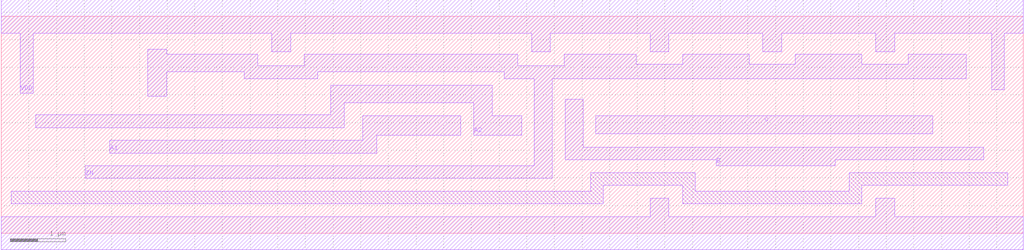
<source format=lef>
# Copyright 2022 GlobalFoundries PDK Authors
#
# Licensed under the Apache License, Version 2.0 (the "License");
# you may not use this file except in compliance with the License.
# You may obtain a copy of the License at
#
#      http://www.apache.org/licenses/LICENSE-2.0
#
# Unless required by applicable law or agreed to in writing, software
# distributed under the License is distributed on an "AS IS" BASIS,
# WITHOUT WARRANTIES OR CONDITIONS OF ANY KIND, either express or implied.
# See the License for the specific language governing permissions and
# limitations under the License.

MACRO gf180mcu_fd_sc_mcu7t5v0__oai211_4
  CLASS core ;
  FOREIGN gf180mcu_fd_sc_mcu7t5v0__oai211_4 0.0 0.0 ;
  ORIGIN 0 0 ;
  SYMMETRY X Y ;
  SITE GF018hv5v_mcu_sc7 ;
  SIZE 18.48 BY 3.92 ;
  PIN A1
    DIRECTION INPUT ;
    ANTENNAGATEAREA 4.158 ;
    PORT
      LAYER METAL1 ;
        POLYGON 1.96 1.45 6.79 1.45 6.79 1.77 8.31 1.77 8.31 2.12 6.54 2.12 6.54 1.68 1.96 1.68  ;
    END
  END A1
  PIN A2
    DIRECTION INPUT ;
    ANTENNAGATEAREA 4.158 ;
    PORT
      LAYER METAL1 ;
        POLYGON 0.62 1.91 6.205 1.91 6.205 2.36 8.54 2.36 8.54 1.77 9.41 1.77 9.41 2.12 8.88 2.12 8.88 2.68 5.955 2.68 5.955 2.14 0.62 2.14  ;
    END
  END A2
  PIN B
    DIRECTION INPUT ;
    ANTENNAGATEAREA 3.938 ;
    PORT
      LAYER METAL1 ;
        POLYGON 10.2 1.325 12.93 1.325 12.93 1.22 15.08 1.22 15.08 1.325 17.76 1.325 17.76 1.555 10.52 1.555 10.52 2.425 10.2 2.425  ;
    END
  END B
  PIN C
    DIRECTION INPUT ;
    ANTENNAGATEAREA 3.938 ;
    PORT
      LAYER METAL1 ;
        POLYGON 10.75 1.8 16.84 1.8 16.84 2.12 10.75 2.12  ;
    END
  END C
  PIN ZN
    DIRECTION OUTPUT ;
    ANTENNADIFFAREA 5.279 ;
    PORT
      LAYER METAL1 ;
        POLYGON 2.65 2.475 2.99 2.475 2.99 2.92 4.39 2.92 4.39 2.795 5.725 2.795 5.725 2.92 9.09 2.92 9.09 2.795 9.64 2.795 9.64 1.22 1.52 1.22 1.52 0.99 9.96 0.99 9.96 2.795 17.45 2.795 17.45 3.24 16.4 3.24 16.4 3.055 15.56 3.055 15.56 3.24 14.36 3.24 14.36 3.055 13.52 3.055 13.52 3.24 12.32 3.24 12.32 3.055 11.48 3.055 11.48 3.24 10.175 3.24 10.175 3.025 9.34 3.025 9.34 3.24 5.475 3.24 5.475 3.025 4.64 3.025 4.64 3.24 2.99 3.24 2.99 3.325 2.65 3.325  ;
    END
  END ZN
  PIN VDD
    DIRECTION INOUT ;
    USE power ;
    SHAPE ABUTMENT ;
    PORT
      LAYER METAL1 ;
        POLYGON 0 3.62 0.345 3.62 0.345 2.53 0.575 2.53 0.575 3.62 4.89 3.62 4.89 3.285 5.23 3.285 5.23 3.62 9.59 3.62 9.59 3.285 9.93 3.285 9.93 3.62 11.73 3.62 11.73 3.285 12.07 3.285 12.07 3.62 13.77 3.62 13.77 3.285 14.11 3.285 14.11 3.62 15.81 3.62 15.81 3.285 16.15 3.285 16.15 3.62 17.905 3.62 17.905 2.595 18.135 2.595 18.135 3.62 18.2 3.62 18.48 3.62 18.48 4.22 18.2 4.22 0 4.22  ;
    END
  END VDD
  PIN VSS
    DIRECTION INOUT ;
    USE ground ;
    SHAPE ABUTMENT ;
    PORT
      LAYER METAL1 ;
        POLYGON 0 -0.3 18.48 -0.3 18.48 0.3 16.15 0.3 16.15 0.635 15.81 0.635 15.81 0.3 12.07 0.3 12.07 0.635 11.73 0.635 11.73 0.3 0 0.3  ;
    END
  END VSS
  OBS
      LAYER METAL1 ;
        POLYGON 0.18 0.53 10.885 0.53 10.885 0.865 12.32 0.865 12.32 0.53 15.56 0.53 15.56 0.865 18.2 0.865 18.2 1.095 15.33 1.095 15.33 0.76 12.55 0.76 12.55 1.095 10.655 1.095 10.655 0.76 0.18 0.76  ;
  END
END gf180mcu_fd_sc_mcu7t5v0__oai211_4

</source>
